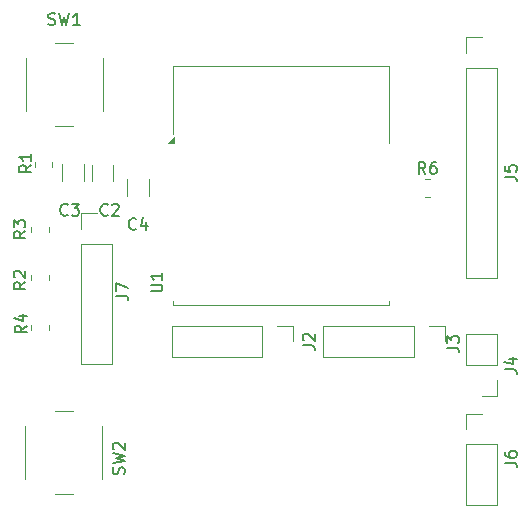
<source format=gbr>
%TF.GenerationSoftware,KiCad,Pcbnew,8.0.8*%
%TF.CreationDate,2025-04-21T18:24:13-04:00*%
%TF.ProjectId,ramen-v2,72616d65-6e2d-4763-922e-6b696361645f,rev?*%
%TF.SameCoordinates,Original*%
%TF.FileFunction,Legend,Top*%
%TF.FilePolarity,Positive*%
%FSLAX46Y46*%
G04 Gerber Fmt 4.6, Leading zero omitted, Abs format (unit mm)*
G04 Created by KiCad (PCBNEW 8.0.8) date 2025-04-21 18:24:13*
%MOMM*%
%LPD*%
G01*
G04 APERTURE LIST*
%ADD10C,0.150000*%
%ADD11C,0.120000*%
G04 APERTURE END LIST*
D10*
X124416667Y-67657200D02*
X124559524Y-67704819D01*
X124559524Y-67704819D02*
X124797619Y-67704819D01*
X124797619Y-67704819D02*
X124892857Y-67657200D01*
X124892857Y-67657200D02*
X124940476Y-67609580D01*
X124940476Y-67609580D02*
X124988095Y-67514342D01*
X124988095Y-67514342D02*
X124988095Y-67419104D01*
X124988095Y-67419104D02*
X124940476Y-67323866D01*
X124940476Y-67323866D02*
X124892857Y-67276247D01*
X124892857Y-67276247D02*
X124797619Y-67228628D01*
X124797619Y-67228628D02*
X124607143Y-67181009D01*
X124607143Y-67181009D02*
X124511905Y-67133390D01*
X124511905Y-67133390D02*
X124464286Y-67085771D01*
X124464286Y-67085771D02*
X124416667Y-66990533D01*
X124416667Y-66990533D02*
X124416667Y-66895295D01*
X124416667Y-66895295D02*
X124464286Y-66800057D01*
X124464286Y-66800057D02*
X124511905Y-66752438D01*
X124511905Y-66752438D02*
X124607143Y-66704819D01*
X124607143Y-66704819D02*
X124845238Y-66704819D01*
X124845238Y-66704819D02*
X124988095Y-66752438D01*
X125321429Y-66704819D02*
X125559524Y-67704819D01*
X125559524Y-67704819D02*
X125750000Y-66990533D01*
X125750000Y-66990533D02*
X125940476Y-67704819D01*
X125940476Y-67704819D02*
X126178572Y-66704819D01*
X127083333Y-67704819D02*
X126511905Y-67704819D01*
X126797619Y-67704819D02*
X126797619Y-66704819D01*
X126797619Y-66704819D02*
X126702381Y-66847676D01*
X126702381Y-66847676D02*
X126607143Y-66942914D01*
X126607143Y-66942914D02*
X126511905Y-66990533D01*
X126033333Y-83759580D02*
X125985714Y-83807200D01*
X125985714Y-83807200D02*
X125842857Y-83854819D01*
X125842857Y-83854819D02*
X125747619Y-83854819D01*
X125747619Y-83854819D02*
X125604762Y-83807200D01*
X125604762Y-83807200D02*
X125509524Y-83711961D01*
X125509524Y-83711961D02*
X125461905Y-83616723D01*
X125461905Y-83616723D02*
X125414286Y-83426247D01*
X125414286Y-83426247D02*
X125414286Y-83283390D01*
X125414286Y-83283390D02*
X125461905Y-83092914D01*
X125461905Y-83092914D02*
X125509524Y-82997676D01*
X125509524Y-82997676D02*
X125604762Y-82902438D01*
X125604762Y-82902438D02*
X125747619Y-82854819D01*
X125747619Y-82854819D02*
X125842857Y-82854819D01*
X125842857Y-82854819D02*
X125985714Y-82902438D01*
X125985714Y-82902438D02*
X126033333Y-82950057D01*
X126366667Y-82854819D02*
X126985714Y-82854819D01*
X126985714Y-82854819D02*
X126652381Y-83235771D01*
X126652381Y-83235771D02*
X126795238Y-83235771D01*
X126795238Y-83235771D02*
X126890476Y-83283390D01*
X126890476Y-83283390D02*
X126938095Y-83331009D01*
X126938095Y-83331009D02*
X126985714Y-83426247D01*
X126985714Y-83426247D02*
X126985714Y-83664342D01*
X126985714Y-83664342D02*
X126938095Y-83759580D01*
X126938095Y-83759580D02*
X126890476Y-83807200D01*
X126890476Y-83807200D02*
X126795238Y-83854819D01*
X126795238Y-83854819D02*
X126509524Y-83854819D01*
X126509524Y-83854819D02*
X126414286Y-83807200D01*
X126414286Y-83807200D02*
X126366667Y-83759580D01*
X145954819Y-94833333D02*
X146669104Y-94833333D01*
X146669104Y-94833333D02*
X146811961Y-94880952D01*
X146811961Y-94880952D02*
X146907200Y-94976190D01*
X146907200Y-94976190D02*
X146954819Y-95119047D01*
X146954819Y-95119047D02*
X146954819Y-95214285D01*
X146050057Y-94404761D02*
X146002438Y-94357142D01*
X146002438Y-94357142D02*
X145954819Y-94261904D01*
X145954819Y-94261904D02*
X145954819Y-94023809D01*
X145954819Y-94023809D02*
X146002438Y-93928571D01*
X146002438Y-93928571D02*
X146050057Y-93880952D01*
X146050057Y-93880952D02*
X146145295Y-93833333D01*
X146145295Y-93833333D02*
X146240533Y-93833333D01*
X146240533Y-93833333D02*
X146383390Y-93880952D01*
X146383390Y-93880952D02*
X146954819Y-94452380D01*
X146954819Y-94452380D02*
X146954819Y-93833333D01*
X163054819Y-96868333D02*
X163769104Y-96868333D01*
X163769104Y-96868333D02*
X163911961Y-96915952D01*
X163911961Y-96915952D02*
X164007200Y-97011190D01*
X164007200Y-97011190D02*
X164054819Y-97154047D01*
X164054819Y-97154047D02*
X164054819Y-97249285D01*
X163388152Y-95963571D02*
X164054819Y-95963571D01*
X163007200Y-96201666D02*
X163721485Y-96439761D01*
X163721485Y-96439761D02*
X163721485Y-95820714D01*
X122454819Y-89466666D02*
X121978628Y-89799999D01*
X122454819Y-90038094D02*
X121454819Y-90038094D01*
X121454819Y-90038094D02*
X121454819Y-89657142D01*
X121454819Y-89657142D02*
X121502438Y-89561904D01*
X121502438Y-89561904D02*
X121550057Y-89514285D01*
X121550057Y-89514285D02*
X121645295Y-89466666D01*
X121645295Y-89466666D02*
X121788152Y-89466666D01*
X121788152Y-89466666D02*
X121883390Y-89514285D01*
X121883390Y-89514285D02*
X121931009Y-89561904D01*
X121931009Y-89561904D02*
X121978628Y-89657142D01*
X121978628Y-89657142D02*
X121978628Y-90038094D01*
X121550057Y-89085713D02*
X121502438Y-89038094D01*
X121502438Y-89038094D02*
X121454819Y-88942856D01*
X121454819Y-88942856D02*
X121454819Y-88704761D01*
X121454819Y-88704761D02*
X121502438Y-88609523D01*
X121502438Y-88609523D02*
X121550057Y-88561904D01*
X121550057Y-88561904D02*
X121645295Y-88514285D01*
X121645295Y-88514285D02*
X121740533Y-88514285D01*
X121740533Y-88514285D02*
X121883390Y-88561904D01*
X121883390Y-88561904D02*
X122454819Y-89133332D01*
X122454819Y-89133332D02*
X122454819Y-88514285D01*
X131833333Y-84959580D02*
X131785714Y-85007200D01*
X131785714Y-85007200D02*
X131642857Y-85054819D01*
X131642857Y-85054819D02*
X131547619Y-85054819D01*
X131547619Y-85054819D02*
X131404762Y-85007200D01*
X131404762Y-85007200D02*
X131309524Y-84911961D01*
X131309524Y-84911961D02*
X131261905Y-84816723D01*
X131261905Y-84816723D02*
X131214286Y-84626247D01*
X131214286Y-84626247D02*
X131214286Y-84483390D01*
X131214286Y-84483390D02*
X131261905Y-84292914D01*
X131261905Y-84292914D02*
X131309524Y-84197676D01*
X131309524Y-84197676D02*
X131404762Y-84102438D01*
X131404762Y-84102438D02*
X131547619Y-84054819D01*
X131547619Y-84054819D02*
X131642857Y-84054819D01*
X131642857Y-84054819D02*
X131785714Y-84102438D01*
X131785714Y-84102438D02*
X131833333Y-84150057D01*
X132690476Y-84388152D02*
X132690476Y-85054819D01*
X132452381Y-84007200D02*
X132214286Y-84721485D01*
X132214286Y-84721485D02*
X132833333Y-84721485D01*
X122454819Y-85166666D02*
X121978628Y-85499999D01*
X122454819Y-85738094D02*
X121454819Y-85738094D01*
X121454819Y-85738094D02*
X121454819Y-85357142D01*
X121454819Y-85357142D02*
X121502438Y-85261904D01*
X121502438Y-85261904D02*
X121550057Y-85214285D01*
X121550057Y-85214285D02*
X121645295Y-85166666D01*
X121645295Y-85166666D02*
X121788152Y-85166666D01*
X121788152Y-85166666D02*
X121883390Y-85214285D01*
X121883390Y-85214285D02*
X121931009Y-85261904D01*
X121931009Y-85261904D02*
X121978628Y-85357142D01*
X121978628Y-85357142D02*
X121978628Y-85738094D01*
X121454819Y-84833332D02*
X121454819Y-84214285D01*
X121454819Y-84214285D02*
X121835771Y-84547618D01*
X121835771Y-84547618D02*
X121835771Y-84404761D01*
X121835771Y-84404761D02*
X121883390Y-84309523D01*
X121883390Y-84309523D02*
X121931009Y-84261904D01*
X121931009Y-84261904D02*
X122026247Y-84214285D01*
X122026247Y-84214285D02*
X122264342Y-84214285D01*
X122264342Y-84214285D02*
X122359580Y-84261904D01*
X122359580Y-84261904D02*
X122407200Y-84309523D01*
X122407200Y-84309523D02*
X122454819Y-84404761D01*
X122454819Y-84404761D02*
X122454819Y-84690475D01*
X122454819Y-84690475D02*
X122407200Y-84785713D01*
X122407200Y-84785713D02*
X122359580Y-84833332D01*
X158154819Y-95033333D02*
X158869104Y-95033333D01*
X158869104Y-95033333D02*
X159011961Y-95080952D01*
X159011961Y-95080952D02*
X159107200Y-95176190D01*
X159107200Y-95176190D02*
X159154819Y-95319047D01*
X159154819Y-95319047D02*
X159154819Y-95414285D01*
X158154819Y-94652380D02*
X158154819Y-94033333D01*
X158154819Y-94033333D02*
X158535771Y-94366666D01*
X158535771Y-94366666D02*
X158535771Y-94223809D01*
X158535771Y-94223809D02*
X158583390Y-94128571D01*
X158583390Y-94128571D02*
X158631009Y-94080952D01*
X158631009Y-94080952D02*
X158726247Y-94033333D01*
X158726247Y-94033333D02*
X158964342Y-94033333D01*
X158964342Y-94033333D02*
X159059580Y-94080952D01*
X159059580Y-94080952D02*
X159107200Y-94128571D01*
X159107200Y-94128571D02*
X159154819Y-94223809D01*
X159154819Y-94223809D02*
X159154819Y-94509523D01*
X159154819Y-94509523D02*
X159107200Y-94604761D01*
X159107200Y-94604761D02*
X159059580Y-94652380D01*
X130154819Y-90633333D02*
X130869104Y-90633333D01*
X130869104Y-90633333D02*
X131011961Y-90680952D01*
X131011961Y-90680952D02*
X131107200Y-90776190D01*
X131107200Y-90776190D02*
X131154819Y-90919047D01*
X131154819Y-90919047D02*
X131154819Y-91014285D01*
X130154819Y-90252380D02*
X130154819Y-89585714D01*
X130154819Y-89585714D02*
X131154819Y-90014285D01*
X163054819Y-104768333D02*
X163769104Y-104768333D01*
X163769104Y-104768333D02*
X163911961Y-104815952D01*
X163911961Y-104815952D02*
X164007200Y-104911190D01*
X164007200Y-104911190D02*
X164054819Y-105054047D01*
X164054819Y-105054047D02*
X164054819Y-105149285D01*
X163054819Y-103863571D02*
X163054819Y-104054047D01*
X163054819Y-104054047D02*
X163102438Y-104149285D01*
X163102438Y-104149285D02*
X163150057Y-104196904D01*
X163150057Y-104196904D02*
X163292914Y-104292142D01*
X163292914Y-104292142D02*
X163483390Y-104339761D01*
X163483390Y-104339761D02*
X163864342Y-104339761D01*
X163864342Y-104339761D02*
X163959580Y-104292142D01*
X163959580Y-104292142D02*
X164007200Y-104244523D01*
X164007200Y-104244523D02*
X164054819Y-104149285D01*
X164054819Y-104149285D02*
X164054819Y-103958809D01*
X164054819Y-103958809D02*
X164007200Y-103863571D01*
X164007200Y-103863571D02*
X163959580Y-103815952D01*
X163959580Y-103815952D02*
X163864342Y-103768333D01*
X163864342Y-103768333D02*
X163626247Y-103768333D01*
X163626247Y-103768333D02*
X163531009Y-103815952D01*
X163531009Y-103815952D02*
X163483390Y-103863571D01*
X163483390Y-103863571D02*
X163435771Y-103958809D01*
X163435771Y-103958809D02*
X163435771Y-104149285D01*
X163435771Y-104149285D02*
X163483390Y-104244523D01*
X163483390Y-104244523D02*
X163531009Y-104292142D01*
X163531009Y-104292142D02*
X163626247Y-104339761D01*
X163054819Y-80573333D02*
X163769104Y-80573333D01*
X163769104Y-80573333D02*
X163911961Y-80620952D01*
X163911961Y-80620952D02*
X164007200Y-80716190D01*
X164007200Y-80716190D02*
X164054819Y-80859047D01*
X164054819Y-80859047D02*
X164054819Y-80954285D01*
X163054819Y-79620952D02*
X163054819Y-80097142D01*
X163054819Y-80097142D02*
X163531009Y-80144761D01*
X163531009Y-80144761D02*
X163483390Y-80097142D01*
X163483390Y-80097142D02*
X163435771Y-80001904D01*
X163435771Y-80001904D02*
X163435771Y-79763809D01*
X163435771Y-79763809D02*
X163483390Y-79668571D01*
X163483390Y-79668571D02*
X163531009Y-79620952D01*
X163531009Y-79620952D02*
X163626247Y-79573333D01*
X163626247Y-79573333D02*
X163864342Y-79573333D01*
X163864342Y-79573333D02*
X163959580Y-79620952D01*
X163959580Y-79620952D02*
X164007200Y-79668571D01*
X164007200Y-79668571D02*
X164054819Y-79763809D01*
X164054819Y-79763809D02*
X164054819Y-80001904D01*
X164054819Y-80001904D02*
X164007200Y-80097142D01*
X164007200Y-80097142D02*
X163959580Y-80144761D01*
X129433333Y-83759580D02*
X129385714Y-83807200D01*
X129385714Y-83807200D02*
X129242857Y-83854819D01*
X129242857Y-83854819D02*
X129147619Y-83854819D01*
X129147619Y-83854819D02*
X129004762Y-83807200D01*
X129004762Y-83807200D02*
X128909524Y-83711961D01*
X128909524Y-83711961D02*
X128861905Y-83616723D01*
X128861905Y-83616723D02*
X128814286Y-83426247D01*
X128814286Y-83426247D02*
X128814286Y-83283390D01*
X128814286Y-83283390D02*
X128861905Y-83092914D01*
X128861905Y-83092914D02*
X128909524Y-82997676D01*
X128909524Y-82997676D02*
X129004762Y-82902438D01*
X129004762Y-82902438D02*
X129147619Y-82854819D01*
X129147619Y-82854819D02*
X129242857Y-82854819D01*
X129242857Y-82854819D02*
X129385714Y-82902438D01*
X129385714Y-82902438D02*
X129433333Y-82950057D01*
X129814286Y-82950057D02*
X129861905Y-82902438D01*
X129861905Y-82902438D02*
X129957143Y-82854819D01*
X129957143Y-82854819D02*
X130195238Y-82854819D01*
X130195238Y-82854819D02*
X130290476Y-82902438D01*
X130290476Y-82902438D02*
X130338095Y-82950057D01*
X130338095Y-82950057D02*
X130385714Y-83045295D01*
X130385714Y-83045295D02*
X130385714Y-83140533D01*
X130385714Y-83140533D02*
X130338095Y-83283390D01*
X130338095Y-83283390D02*
X129766667Y-83854819D01*
X129766667Y-83854819D02*
X130385714Y-83854819D01*
X122554819Y-93166666D02*
X122078628Y-93499999D01*
X122554819Y-93738094D02*
X121554819Y-93738094D01*
X121554819Y-93738094D02*
X121554819Y-93357142D01*
X121554819Y-93357142D02*
X121602438Y-93261904D01*
X121602438Y-93261904D02*
X121650057Y-93214285D01*
X121650057Y-93214285D02*
X121745295Y-93166666D01*
X121745295Y-93166666D02*
X121888152Y-93166666D01*
X121888152Y-93166666D02*
X121983390Y-93214285D01*
X121983390Y-93214285D02*
X122031009Y-93261904D01*
X122031009Y-93261904D02*
X122078628Y-93357142D01*
X122078628Y-93357142D02*
X122078628Y-93738094D01*
X121888152Y-92309523D02*
X122554819Y-92309523D01*
X121507200Y-92547618D02*
X122221485Y-92785713D01*
X122221485Y-92785713D02*
X122221485Y-92166666D01*
X133064819Y-90271904D02*
X133874342Y-90271904D01*
X133874342Y-90271904D02*
X133969580Y-90224285D01*
X133969580Y-90224285D02*
X134017200Y-90176666D01*
X134017200Y-90176666D02*
X134064819Y-90081428D01*
X134064819Y-90081428D02*
X134064819Y-89890952D01*
X134064819Y-89890952D02*
X134017200Y-89795714D01*
X134017200Y-89795714D02*
X133969580Y-89748095D01*
X133969580Y-89748095D02*
X133874342Y-89700476D01*
X133874342Y-89700476D02*
X133064819Y-89700476D01*
X134064819Y-88700476D02*
X134064819Y-89271904D01*
X134064819Y-88986190D02*
X133064819Y-88986190D01*
X133064819Y-88986190D02*
X133207676Y-89081428D01*
X133207676Y-89081428D02*
X133302914Y-89176666D01*
X133302914Y-89176666D02*
X133350533Y-89271904D01*
X122954819Y-79566666D02*
X122478628Y-79899999D01*
X122954819Y-80138094D02*
X121954819Y-80138094D01*
X121954819Y-80138094D02*
X121954819Y-79757142D01*
X121954819Y-79757142D02*
X122002438Y-79661904D01*
X122002438Y-79661904D02*
X122050057Y-79614285D01*
X122050057Y-79614285D02*
X122145295Y-79566666D01*
X122145295Y-79566666D02*
X122288152Y-79566666D01*
X122288152Y-79566666D02*
X122383390Y-79614285D01*
X122383390Y-79614285D02*
X122431009Y-79661904D01*
X122431009Y-79661904D02*
X122478628Y-79757142D01*
X122478628Y-79757142D02*
X122478628Y-80138094D01*
X122954819Y-78614285D02*
X122954819Y-79185713D01*
X122954819Y-78899999D02*
X121954819Y-78899999D01*
X121954819Y-78899999D02*
X122097676Y-78995237D01*
X122097676Y-78995237D02*
X122192914Y-79090475D01*
X122192914Y-79090475D02*
X122240533Y-79185713D01*
X156333333Y-80304819D02*
X156000000Y-79828628D01*
X155761905Y-80304819D02*
X155761905Y-79304819D01*
X155761905Y-79304819D02*
X156142857Y-79304819D01*
X156142857Y-79304819D02*
X156238095Y-79352438D01*
X156238095Y-79352438D02*
X156285714Y-79400057D01*
X156285714Y-79400057D02*
X156333333Y-79495295D01*
X156333333Y-79495295D02*
X156333333Y-79638152D01*
X156333333Y-79638152D02*
X156285714Y-79733390D01*
X156285714Y-79733390D02*
X156238095Y-79781009D01*
X156238095Y-79781009D02*
X156142857Y-79828628D01*
X156142857Y-79828628D02*
X155761905Y-79828628D01*
X157190476Y-79304819D02*
X157000000Y-79304819D01*
X157000000Y-79304819D02*
X156904762Y-79352438D01*
X156904762Y-79352438D02*
X156857143Y-79400057D01*
X156857143Y-79400057D02*
X156761905Y-79542914D01*
X156761905Y-79542914D02*
X156714286Y-79733390D01*
X156714286Y-79733390D02*
X156714286Y-80114342D01*
X156714286Y-80114342D02*
X156761905Y-80209580D01*
X156761905Y-80209580D02*
X156809524Y-80257200D01*
X156809524Y-80257200D02*
X156904762Y-80304819D01*
X156904762Y-80304819D02*
X157095238Y-80304819D01*
X157095238Y-80304819D02*
X157190476Y-80257200D01*
X157190476Y-80257200D02*
X157238095Y-80209580D01*
X157238095Y-80209580D02*
X157285714Y-80114342D01*
X157285714Y-80114342D02*
X157285714Y-79876247D01*
X157285714Y-79876247D02*
X157238095Y-79781009D01*
X157238095Y-79781009D02*
X157190476Y-79733390D01*
X157190476Y-79733390D02*
X157095238Y-79685771D01*
X157095238Y-79685771D02*
X156904762Y-79685771D01*
X156904762Y-79685771D02*
X156809524Y-79733390D01*
X156809524Y-79733390D02*
X156761905Y-79781009D01*
X156761905Y-79781009D02*
X156714286Y-79876247D01*
X130807200Y-105733332D02*
X130854819Y-105590475D01*
X130854819Y-105590475D02*
X130854819Y-105352380D01*
X130854819Y-105352380D02*
X130807200Y-105257142D01*
X130807200Y-105257142D02*
X130759580Y-105209523D01*
X130759580Y-105209523D02*
X130664342Y-105161904D01*
X130664342Y-105161904D02*
X130569104Y-105161904D01*
X130569104Y-105161904D02*
X130473866Y-105209523D01*
X130473866Y-105209523D02*
X130426247Y-105257142D01*
X130426247Y-105257142D02*
X130378628Y-105352380D01*
X130378628Y-105352380D02*
X130331009Y-105542856D01*
X130331009Y-105542856D02*
X130283390Y-105638094D01*
X130283390Y-105638094D02*
X130235771Y-105685713D01*
X130235771Y-105685713D02*
X130140533Y-105733332D01*
X130140533Y-105733332D02*
X130045295Y-105733332D01*
X130045295Y-105733332D02*
X129950057Y-105685713D01*
X129950057Y-105685713D02*
X129902438Y-105638094D01*
X129902438Y-105638094D02*
X129854819Y-105542856D01*
X129854819Y-105542856D02*
X129854819Y-105304761D01*
X129854819Y-105304761D02*
X129902438Y-105161904D01*
X129854819Y-104828570D02*
X130854819Y-104590475D01*
X130854819Y-104590475D02*
X130140533Y-104399999D01*
X130140533Y-104399999D02*
X130854819Y-104209523D01*
X130854819Y-104209523D02*
X129854819Y-103971428D01*
X129950057Y-103638094D02*
X129902438Y-103590475D01*
X129902438Y-103590475D02*
X129854819Y-103495237D01*
X129854819Y-103495237D02*
X129854819Y-103257142D01*
X129854819Y-103257142D02*
X129902438Y-103161904D01*
X129902438Y-103161904D02*
X129950057Y-103114285D01*
X129950057Y-103114285D02*
X130045295Y-103066666D01*
X130045295Y-103066666D02*
X130140533Y-103066666D01*
X130140533Y-103066666D02*
X130283390Y-103114285D01*
X130283390Y-103114285D02*
X130854819Y-103685713D01*
X130854819Y-103685713D02*
X130854819Y-103066666D01*
D11*
%TO.C,SW1*%
X122500000Y-70500000D02*
X122500000Y-75000000D01*
X125000000Y-76250000D02*
X126500000Y-76250000D01*
X126500000Y-69250000D02*
X125000000Y-69250000D01*
X129000000Y-75000000D02*
X129000000Y-70500000D01*
%TO.C,C3*%
X125600000Y-79518748D02*
X125600000Y-80941252D01*
X127420000Y-79518748D02*
X127420000Y-80941252D01*
%TO.C,J2*%
X134850000Y-93170000D02*
X134850000Y-95830000D01*
X142530000Y-93170000D02*
X134850000Y-93170000D01*
X142530000Y-93170000D02*
X142530000Y-95830000D01*
X142530000Y-95830000D02*
X134850000Y-95830000D01*
X143800000Y-93170000D02*
X145130000Y-93170000D01*
X145130000Y-93170000D02*
X145130000Y-94500000D01*
%TO.C,J4*%
X159770000Y-96505000D02*
X159770000Y-93905000D01*
X162430000Y-93905000D02*
X159770000Y-93905000D01*
X162430000Y-96505000D02*
X159770000Y-96505000D01*
X162430000Y-96505000D02*
X162430000Y-93905000D01*
X162430000Y-97775000D02*
X162430000Y-99105000D01*
X162430000Y-99105000D02*
X161100000Y-99105000D01*
%TO.C,R2*%
X122965000Y-88872936D02*
X122965000Y-89327064D01*
X124435000Y-88872936D02*
X124435000Y-89327064D01*
%TO.C,C4*%
X131090000Y-82148752D02*
X131090000Y-80726248D01*
X132910000Y-82148752D02*
X132910000Y-80726248D01*
%TO.C,R3*%
X122965000Y-84772936D02*
X122965000Y-85227064D01*
X124435000Y-84772936D02*
X124435000Y-85227064D01*
%TO.C,J3*%
X147670000Y-93170000D02*
X147670000Y-95830000D01*
X155350000Y-93170000D02*
X147670000Y-93170000D01*
X155350000Y-93170000D02*
X155350000Y-95830000D01*
X155350000Y-95830000D02*
X147670000Y-95830000D01*
X156620000Y-93170000D02*
X157950000Y-93170000D01*
X157950000Y-93170000D02*
X157950000Y-94500000D01*
%TO.C,J7*%
X127170000Y-83630000D02*
X128500000Y-83630000D01*
X127170000Y-84960000D02*
X127170000Y-83630000D01*
X127170000Y-86230000D02*
X127170000Y-96450000D01*
X127170000Y-86230000D02*
X129830000Y-86230000D01*
X127170000Y-96450000D02*
X129830000Y-96450000D01*
X129830000Y-86230000D02*
X129830000Y-96450000D01*
%TO.C,J6*%
X159770000Y-100605000D02*
X161100000Y-100605000D01*
X159770000Y-101935000D02*
X159770000Y-100605000D01*
X159770000Y-103205000D02*
X159770000Y-108345000D01*
X159770000Y-103205000D02*
X162430000Y-103205000D01*
X159770000Y-108345000D02*
X162430000Y-108345000D01*
X162430000Y-103205000D02*
X162430000Y-108345000D01*
%TO.C,J5*%
X159770000Y-68710000D02*
X161100000Y-68710000D01*
X159770000Y-70040000D02*
X159770000Y-68710000D01*
X159770000Y-71310000D02*
X159770000Y-89150000D01*
X159770000Y-71310000D02*
X162430000Y-71310000D01*
X159770000Y-89150000D02*
X162430000Y-89150000D01*
X162430000Y-71310000D02*
X162430000Y-89150000D01*
%TO.C,C2*%
X128090000Y-79526248D02*
X128090000Y-80948752D01*
X129910000Y-79526248D02*
X129910000Y-80948752D01*
%TO.C,R4*%
X122965000Y-93072936D02*
X122965000Y-93527064D01*
X124435000Y-93072936D02*
X124435000Y-93527064D01*
%TO.C,U1*%
X135000000Y-71170000D02*
X135000000Y-76980000D01*
X135000000Y-71170000D02*
X153220000Y-71170000D01*
X135000000Y-91090000D02*
X135000000Y-91390000D01*
X135000000Y-91390000D02*
X153220000Y-91390000D01*
X153220000Y-71170000D02*
X153220000Y-77670000D01*
X153220000Y-91090000D02*
X153220000Y-91390000D01*
X135010000Y-77680000D02*
X134510000Y-77680000D01*
X135010000Y-77180000D01*
X135010000Y-77680000D01*
G36*
X135010000Y-77680000D02*
G01*
X134510000Y-77680000D01*
X135010000Y-77180000D01*
X135010000Y-77680000D01*
G37*
%TO.C,R1*%
X123265000Y-79272936D02*
X123265000Y-79727064D01*
X124735000Y-79272936D02*
X124735000Y-79727064D01*
%TO.C,R6*%
X156272936Y-80765000D02*
X156727064Y-80765000D01*
X156272936Y-82235000D02*
X156727064Y-82235000D01*
%TO.C,SW2*%
X122450000Y-101650000D02*
X122450000Y-106150000D01*
X124950000Y-107400000D02*
X126450000Y-107400000D01*
X126450000Y-100400000D02*
X124950000Y-100400000D01*
X128950000Y-106150000D02*
X128950000Y-101650000D01*
%TD*%
M02*

</source>
